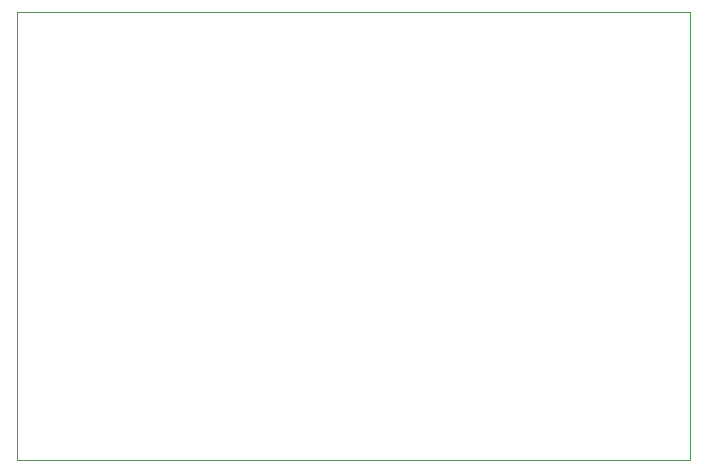
<source format=gbr>
%TF.GenerationSoftware,KiCad,Pcbnew,8.0.8-8.0.8-0~ubuntu22.04.1*%
%TF.CreationDate,2025-02-12T20:38:04+01:00*%
%TF.ProjectId,Optocopler,4f70746f-636f-4706-9c65-722e6b696361,rev?*%
%TF.SameCoordinates,Original*%
%TF.FileFunction,Profile,NP*%
%FSLAX46Y46*%
G04 Gerber Fmt 4.6, Leading zero omitted, Abs format (unit mm)*
G04 Created by KiCad (PCBNEW 8.0.8-8.0.8-0~ubuntu22.04.1) date 2025-02-12 20:38:04*
%MOMM*%
%LPD*%
G01*
G04 APERTURE LIST*
%TA.AperFunction,Profile*%
%ADD10C,0.050000*%
%TD*%
G04 APERTURE END LIST*
D10*
X96190000Y-63000000D02*
X153190000Y-63000000D01*
X153190000Y-101000000D01*
X96190000Y-101000000D01*
X96190000Y-63000000D01*
M02*

</source>
